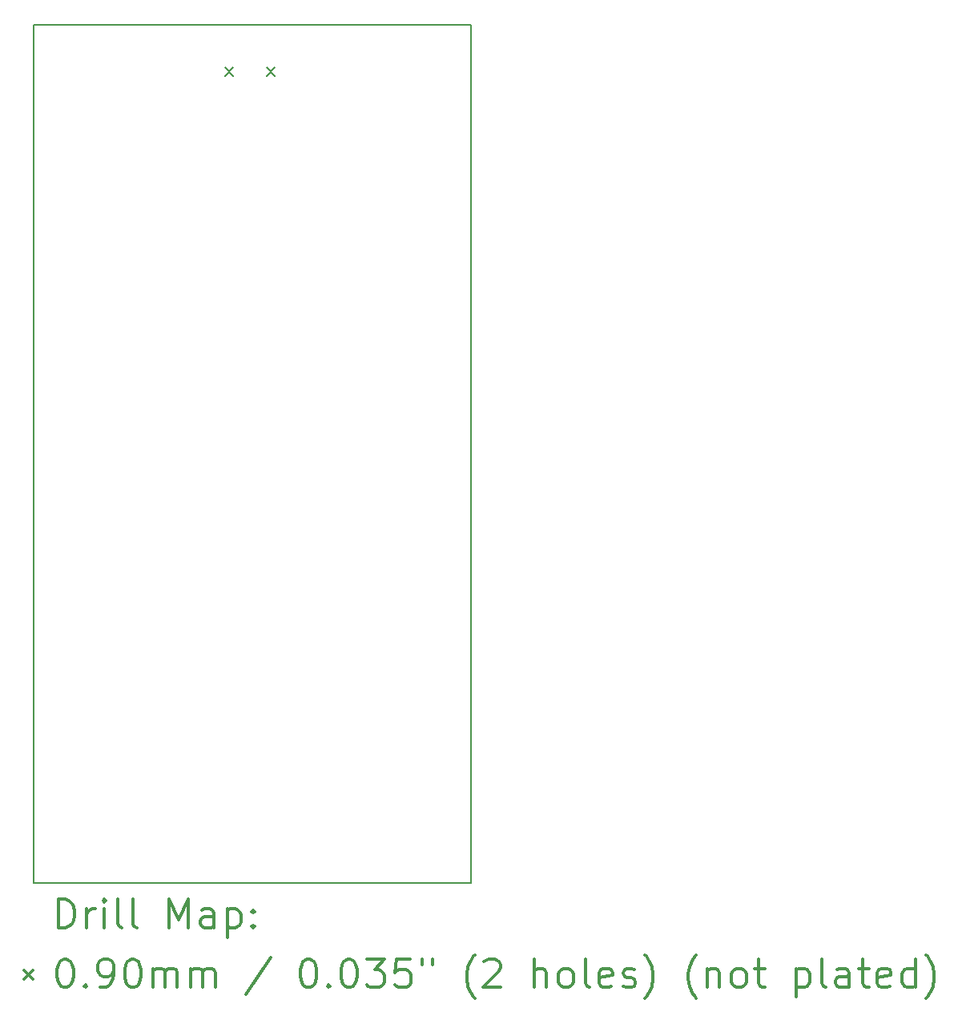
<source format=gbr>
%FSLAX45Y45*%
G04 Gerber Fmt 4.5, Leading zero omitted, Abs format (unit mm)*
G04 Created by KiCad (PCBNEW 4.0.7) date 05/08/19 21:53:56*
%MOMM*%
%LPD*%
G01*
G04 APERTURE LIST*
%ADD10C,0.127000*%
%ADD11C,0.150000*%
%ADD12C,0.200000*%
%ADD13C,0.300000*%
G04 APERTURE END LIST*
D10*
D11*
X15941548Y-13413232D02*
X11313668Y-13413232D01*
X11313160Y-13408914D02*
X11315700Y-13408914D01*
X11313160Y-4347464D02*
X11313160Y-13408914D01*
X15941040Y-4347464D02*
X11313160Y-4347464D01*
X15941040Y-13411200D02*
X15941040Y-4347464D01*
D12*
X13336900Y-4794600D02*
X13426900Y-4884600D01*
X13426900Y-4794600D02*
X13336900Y-4884600D01*
X13776900Y-4794600D02*
X13866900Y-4884600D01*
X13866900Y-4794600D02*
X13776900Y-4884600D01*
D13*
X11577088Y-13886446D02*
X11577088Y-13586446D01*
X11648517Y-13586446D01*
X11691374Y-13600732D01*
X11719946Y-13629303D01*
X11734231Y-13657875D01*
X11748517Y-13715018D01*
X11748517Y-13757875D01*
X11734231Y-13815018D01*
X11719946Y-13843589D01*
X11691374Y-13872161D01*
X11648517Y-13886446D01*
X11577088Y-13886446D01*
X11877088Y-13886446D02*
X11877088Y-13686446D01*
X11877088Y-13743589D02*
X11891374Y-13715018D01*
X11905660Y-13700732D01*
X11934231Y-13686446D01*
X11962803Y-13686446D01*
X12062803Y-13886446D02*
X12062803Y-13686446D01*
X12062803Y-13586446D02*
X12048517Y-13600732D01*
X12062803Y-13615018D01*
X12077088Y-13600732D01*
X12062803Y-13586446D01*
X12062803Y-13615018D01*
X12248517Y-13886446D02*
X12219946Y-13872161D01*
X12205660Y-13843589D01*
X12205660Y-13586446D01*
X12405660Y-13886446D02*
X12377088Y-13872161D01*
X12362803Y-13843589D01*
X12362803Y-13586446D01*
X12748517Y-13886446D02*
X12748517Y-13586446D01*
X12848517Y-13800732D01*
X12948517Y-13586446D01*
X12948517Y-13886446D01*
X13219946Y-13886446D02*
X13219946Y-13729303D01*
X13205660Y-13700732D01*
X13177088Y-13686446D01*
X13119946Y-13686446D01*
X13091374Y-13700732D01*
X13219946Y-13872161D02*
X13191374Y-13886446D01*
X13119946Y-13886446D01*
X13091374Y-13872161D01*
X13077088Y-13843589D01*
X13077088Y-13815018D01*
X13091374Y-13786446D01*
X13119946Y-13772161D01*
X13191374Y-13772161D01*
X13219946Y-13757875D01*
X13362803Y-13686446D02*
X13362803Y-13986446D01*
X13362803Y-13700732D02*
X13391374Y-13686446D01*
X13448517Y-13686446D01*
X13477088Y-13700732D01*
X13491374Y-13715018D01*
X13505660Y-13743589D01*
X13505660Y-13829303D01*
X13491374Y-13857875D01*
X13477088Y-13872161D01*
X13448517Y-13886446D01*
X13391374Y-13886446D01*
X13362803Y-13872161D01*
X13634231Y-13857875D02*
X13648517Y-13872161D01*
X13634231Y-13886446D01*
X13619946Y-13872161D01*
X13634231Y-13857875D01*
X13634231Y-13886446D01*
X13634231Y-13700732D02*
X13648517Y-13715018D01*
X13634231Y-13729303D01*
X13619946Y-13715018D01*
X13634231Y-13700732D01*
X13634231Y-13729303D01*
X11215660Y-14335732D02*
X11305660Y-14425732D01*
X11305660Y-14335732D02*
X11215660Y-14425732D01*
X11634231Y-14216446D02*
X11662803Y-14216446D01*
X11691374Y-14230732D01*
X11705660Y-14245018D01*
X11719946Y-14273589D01*
X11734231Y-14330732D01*
X11734231Y-14402161D01*
X11719946Y-14459303D01*
X11705660Y-14487875D01*
X11691374Y-14502161D01*
X11662803Y-14516446D01*
X11634231Y-14516446D01*
X11605660Y-14502161D01*
X11591374Y-14487875D01*
X11577088Y-14459303D01*
X11562803Y-14402161D01*
X11562803Y-14330732D01*
X11577088Y-14273589D01*
X11591374Y-14245018D01*
X11605660Y-14230732D01*
X11634231Y-14216446D01*
X11862803Y-14487875D02*
X11877088Y-14502161D01*
X11862803Y-14516446D01*
X11848517Y-14502161D01*
X11862803Y-14487875D01*
X11862803Y-14516446D01*
X12019946Y-14516446D02*
X12077088Y-14516446D01*
X12105660Y-14502161D01*
X12119946Y-14487875D01*
X12148517Y-14445018D01*
X12162803Y-14387875D01*
X12162803Y-14273589D01*
X12148517Y-14245018D01*
X12134231Y-14230732D01*
X12105660Y-14216446D01*
X12048517Y-14216446D01*
X12019946Y-14230732D01*
X12005660Y-14245018D01*
X11991374Y-14273589D01*
X11991374Y-14345018D01*
X12005660Y-14373589D01*
X12019946Y-14387875D01*
X12048517Y-14402161D01*
X12105660Y-14402161D01*
X12134231Y-14387875D01*
X12148517Y-14373589D01*
X12162803Y-14345018D01*
X12348517Y-14216446D02*
X12377088Y-14216446D01*
X12405660Y-14230732D01*
X12419946Y-14245018D01*
X12434231Y-14273589D01*
X12448517Y-14330732D01*
X12448517Y-14402161D01*
X12434231Y-14459303D01*
X12419946Y-14487875D01*
X12405660Y-14502161D01*
X12377088Y-14516446D01*
X12348517Y-14516446D01*
X12319946Y-14502161D01*
X12305660Y-14487875D01*
X12291374Y-14459303D01*
X12277088Y-14402161D01*
X12277088Y-14330732D01*
X12291374Y-14273589D01*
X12305660Y-14245018D01*
X12319946Y-14230732D01*
X12348517Y-14216446D01*
X12577088Y-14516446D02*
X12577088Y-14316446D01*
X12577088Y-14345018D02*
X12591374Y-14330732D01*
X12619946Y-14316446D01*
X12662803Y-14316446D01*
X12691374Y-14330732D01*
X12705660Y-14359303D01*
X12705660Y-14516446D01*
X12705660Y-14359303D02*
X12719946Y-14330732D01*
X12748517Y-14316446D01*
X12791374Y-14316446D01*
X12819946Y-14330732D01*
X12834231Y-14359303D01*
X12834231Y-14516446D01*
X12977088Y-14516446D02*
X12977088Y-14316446D01*
X12977088Y-14345018D02*
X12991374Y-14330732D01*
X13019946Y-14316446D01*
X13062803Y-14316446D01*
X13091374Y-14330732D01*
X13105660Y-14359303D01*
X13105660Y-14516446D01*
X13105660Y-14359303D02*
X13119946Y-14330732D01*
X13148517Y-14316446D01*
X13191374Y-14316446D01*
X13219946Y-14330732D01*
X13234231Y-14359303D01*
X13234231Y-14516446D01*
X13819946Y-14202161D02*
X13562803Y-14587875D01*
X14205660Y-14216446D02*
X14234231Y-14216446D01*
X14262803Y-14230732D01*
X14277088Y-14245018D01*
X14291374Y-14273589D01*
X14305660Y-14330732D01*
X14305660Y-14402161D01*
X14291374Y-14459303D01*
X14277088Y-14487875D01*
X14262803Y-14502161D01*
X14234231Y-14516446D01*
X14205660Y-14516446D01*
X14177088Y-14502161D01*
X14162803Y-14487875D01*
X14148517Y-14459303D01*
X14134231Y-14402161D01*
X14134231Y-14330732D01*
X14148517Y-14273589D01*
X14162803Y-14245018D01*
X14177088Y-14230732D01*
X14205660Y-14216446D01*
X14434231Y-14487875D02*
X14448517Y-14502161D01*
X14434231Y-14516446D01*
X14419946Y-14502161D01*
X14434231Y-14487875D01*
X14434231Y-14516446D01*
X14634231Y-14216446D02*
X14662803Y-14216446D01*
X14691374Y-14230732D01*
X14705660Y-14245018D01*
X14719945Y-14273589D01*
X14734231Y-14330732D01*
X14734231Y-14402161D01*
X14719945Y-14459303D01*
X14705660Y-14487875D01*
X14691374Y-14502161D01*
X14662803Y-14516446D01*
X14634231Y-14516446D01*
X14605660Y-14502161D01*
X14591374Y-14487875D01*
X14577088Y-14459303D01*
X14562803Y-14402161D01*
X14562803Y-14330732D01*
X14577088Y-14273589D01*
X14591374Y-14245018D01*
X14605660Y-14230732D01*
X14634231Y-14216446D01*
X14834231Y-14216446D02*
X15019945Y-14216446D01*
X14919945Y-14330732D01*
X14962803Y-14330732D01*
X14991374Y-14345018D01*
X15005660Y-14359303D01*
X15019945Y-14387875D01*
X15019945Y-14459303D01*
X15005660Y-14487875D01*
X14991374Y-14502161D01*
X14962803Y-14516446D01*
X14877088Y-14516446D01*
X14848517Y-14502161D01*
X14834231Y-14487875D01*
X15291374Y-14216446D02*
X15148517Y-14216446D01*
X15134231Y-14359303D01*
X15148517Y-14345018D01*
X15177088Y-14330732D01*
X15248517Y-14330732D01*
X15277088Y-14345018D01*
X15291374Y-14359303D01*
X15305660Y-14387875D01*
X15305660Y-14459303D01*
X15291374Y-14487875D01*
X15277088Y-14502161D01*
X15248517Y-14516446D01*
X15177088Y-14516446D01*
X15148517Y-14502161D01*
X15134231Y-14487875D01*
X15419946Y-14216446D02*
X15419946Y-14273589D01*
X15534231Y-14216446D02*
X15534231Y-14273589D01*
X15977088Y-14630732D02*
X15962803Y-14616446D01*
X15934231Y-14573589D01*
X15919945Y-14545018D01*
X15905660Y-14502161D01*
X15891374Y-14430732D01*
X15891374Y-14373589D01*
X15905660Y-14302161D01*
X15919945Y-14259303D01*
X15934231Y-14230732D01*
X15962803Y-14187875D01*
X15977088Y-14173589D01*
X16077088Y-14245018D02*
X16091374Y-14230732D01*
X16119945Y-14216446D01*
X16191374Y-14216446D01*
X16219945Y-14230732D01*
X16234231Y-14245018D01*
X16248517Y-14273589D01*
X16248517Y-14302161D01*
X16234231Y-14345018D01*
X16062803Y-14516446D01*
X16248517Y-14516446D01*
X16605660Y-14516446D02*
X16605660Y-14216446D01*
X16734231Y-14516446D02*
X16734231Y-14359303D01*
X16719945Y-14330732D01*
X16691374Y-14316446D01*
X16648517Y-14316446D01*
X16619945Y-14330732D01*
X16605660Y-14345018D01*
X16919946Y-14516446D02*
X16891374Y-14502161D01*
X16877088Y-14487875D01*
X16862803Y-14459303D01*
X16862803Y-14373589D01*
X16877088Y-14345018D01*
X16891374Y-14330732D01*
X16919946Y-14316446D01*
X16962803Y-14316446D01*
X16991374Y-14330732D01*
X17005660Y-14345018D01*
X17019946Y-14373589D01*
X17019946Y-14459303D01*
X17005660Y-14487875D01*
X16991374Y-14502161D01*
X16962803Y-14516446D01*
X16919946Y-14516446D01*
X17191374Y-14516446D02*
X17162803Y-14502161D01*
X17148517Y-14473589D01*
X17148517Y-14216446D01*
X17419946Y-14502161D02*
X17391374Y-14516446D01*
X17334231Y-14516446D01*
X17305660Y-14502161D01*
X17291374Y-14473589D01*
X17291374Y-14359303D01*
X17305660Y-14330732D01*
X17334231Y-14316446D01*
X17391374Y-14316446D01*
X17419946Y-14330732D01*
X17434231Y-14359303D01*
X17434231Y-14387875D01*
X17291374Y-14416446D01*
X17548517Y-14502161D02*
X17577089Y-14516446D01*
X17634231Y-14516446D01*
X17662803Y-14502161D01*
X17677089Y-14473589D01*
X17677089Y-14459303D01*
X17662803Y-14430732D01*
X17634231Y-14416446D01*
X17591374Y-14416446D01*
X17562803Y-14402161D01*
X17548517Y-14373589D01*
X17548517Y-14359303D01*
X17562803Y-14330732D01*
X17591374Y-14316446D01*
X17634231Y-14316446D01*
X17662803Y-14330732D01*
X17777088Y-14630732D02*
X17791374Y-14616446D01*
X17819946Y-14573589D01*
X17834231Y-14545018D01*
X17848517Y-14502161D01*
X17862803Y-14430732D01*
X17862803Y-14373589D01*
X17848517Y-14302161D01*
X17834231Y-14259303D01*
X17819946Y-14230732D01*
X17791374Y-14187875D01*
X17777088Y-14173589D01*
X18319946Y-14630732D02*
X18305660Y-14616446D01*
X18277088Y-14573589D01*
X18262803Y-14545018D01*
X18248517Y-14502161D01*
X18234231Y-14430732D01*
X18234231Y-14373589D01*
X18248517Y-14302161D01*
X18262803Y-14259303D01*
X18277088Y-14230732D01*
X18305660Y-14187875D01*
X18319946Y-14173589D01*
X18434231Y-14316446D02*
X18434231Y-14516446D01*
X18434231Y-14345018D02*
X18448517Y-14330732D01*
X18477088Y-14316446D01*
X18519946Y-14316446D01*
X18548517Y-14330732D01*
X18562803Y-14359303D01*
X18562803Y-14516446D01*
X18748517Y-14516446D02*
X18719946Y-14502161D01*
X18705660Y-14487875D01*
X18691374Y-14459303D01*
X18691374Y-14373589D01*
X18705660Y-14345018D01*
X18719946Y-14330732D01*
X18748517Y-14316446D01*
X18791374Y-14316446D01*
X18819946Y-14330732D01*
X18834231Y-14345018D01*
X18848517Y-14373589D01*
X18848517Y-14459303D01*
X18834231Y-14487875D01*
X18819946Y-14502161D01*
X18791374Y-14516446D01*
X18748517Y-14516446D01*
X18934231Y-14316446D02*
X19048517Y-14316446D01*
X18977089Y-14216446D02*
X18977089Y-14473589D01*
X18991374Y-14502161D01*
X19019946Y-14516446D01*
X19048517Y-14516446D01*
X19377089Y-14316446D02*
X19377089Y-14616446D01*
X19377089Y-14330732D02*
X19405660Y-14316446D01*
X19462803Y-14316446D01*
X19491374Y-14330732D01*
X19505660Y-14345018D01*
X19519946Y-14373589D01*
X19519946Y-14459303D01*
X19505660Y-14487875D01*
X19491374Y-14502161D01*
X19462803Y-14516446D01*
X19405660Y-14516446D01*
X19377089Y-14502161D01*
X19691374Y-14516446D02*
X19662803Y-14502161D01*
X19648517Y-14473589D01*
X19648517Y-14216446D01*
X19934231Y-14516446D02*
X19934231Y-14359303D01*
X19919946Y-14330732D01*
X19891374Y-14316446D01*
X19834231Y-14316446D01*
X19805660Y-14330732D01*
X19934231Y-14502161D02*
X19905660Y-14516446D01*
X19834231Y-14516446D01*
X19805660Y-14502161D01*
X19791374Y-14473589D01*
X19791374Y-14445018D01*
X19805660Y-14416446D01*
X19834231Y-14402161D01*
X19905660Y-14402161D01*
X19934231Y-14387875D01*
X20034231Y-14316446D02*
X20148517Y-14316446D01*
X20077089Y-14216446D02*
X20077089Y-14473589D01*
X20091374Y-14502161D01*
X20119946Y-14516446D01*
X20148517Y-14516446D01*
X20362803Y-14502161D02*
X20334232Y-14516446D01*
X20277089Y-14516446D01*
X20248517Y-14502161D01*
X20234232Y-14473589D01*
X20234232Y-14359303D01*
X20248517Y-14330732D01*
X20277089Y-14316446D01*
X20334232Y-14316446D01*
X20362803Y-14330732D01*
X20377089Y-14359303D01*
X20377089Y-14387875D01*
X20234232Y-14416446D01*
X20634232Y-14516446D02*
X20634232Y-14216446D01*
X20634232Y-14502161D02*
X20605660Y-14516446D01*
X20548517Y-14516446D01*
X20519946Y-14502161D01*
X20505660Y-14487875D01*
X20491374Y-14459303D01*
X20491374Y-14373589D01*
X20505660Y-14345018D01*
X20519946Y-14330732D01*
X20548517Y-14316446D01*
X20605660Y-14316446D01*
X20634232Y-14330732D01*
X20748517Y-14630732D02*
X20762803Y-14616446D01*
X20791374Y-14573589D01*
X20805660Y-14545018D01*
X20819946Y-14502161D01*
X20834232Y-14430732D01*
X20834232Y-14373589D01*
X20819946Y-14302161D01*
X20805660Y-14259303D01*
X20791374Y-14230732D01*
X20762803Y-14187875D01*
X20748517Y-14173589D01*
M02*

</source>
